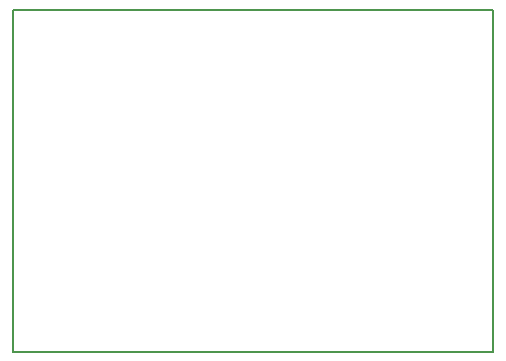
<source format=gbr>
G04 #@! TF.GenerationSoftware,KiCad,Pcbnew,(5.0.1)-3*
G04 #@! TF.CreationDate,2019-08-21T09:16:30-04:00*
G04 #@! TF.ProjectId,BMS Module,424D53204D6F64756C652E6B69636164,rev?*
G04 #@! TF.SameCoordinates,Original*
G04 #@! TF.FileFunction,Profile,NP*
%FSLAX46Y46*%
G04 Gerber Fmt 4.6, Leading zero omitted, Abs format (unit mm)*
G04 Created by KiCad (PCBNEW (5.0.1)-3) date 8/21/2019 9:16:30 AM*
%MOMM*%
%LPD*%
G01*
G04 APERTURE LIST*
%ADD10C,0.150000*%
G04 APERTURE END LIST*
D10*
X63500000Y-46228000D02*
X63500000Y-46736000D01*
X104140000Y-46228000D02*
X63500000Y-46228000D01*
X104140000Y-75184000D02*
X104140000Y-46228000D01*
X63500000Y-75184000D02*
X104140000Y-75184000D01*
X63500000Y-46736000D02*
X63500000Y-75184000D01*
M02*

</source>
